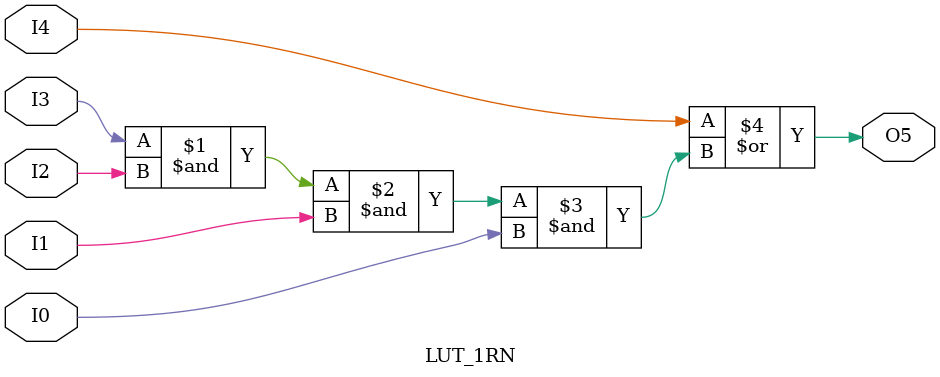
<source format=v>
`timescale 1ns / 1ps


`timescale 1ns / 1ps
//////////////////////////////////////////////////////////////////////////////////
// Company: 
// Engineer: 
// 
// Create Date: 02/10/2022 10:39:48 AM
// Design Name: 
// Module Name: LUT_1RT
// Project Name: 
// Target Devices: 
// Tool Versions: 
// Description: 
// 
// Dependencies: 
// 
// Revision:
// Revision 0.01 - File Created
// Additional Comments:
// 
//////////////////////////////////////////////////////////////////////////////////


module LUT_1RN(
input I4,I3,I2,I1,I0,
output O5
);

assign O5 = I4|I3&I2&I1&I0;

endmodule


</source>
